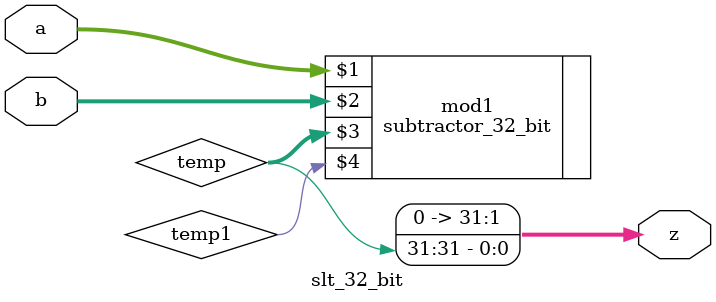
<source format=v>
`timescale 1ns / 1ps

module slt_32_bit(a,b,z
);

input [31:0] a,b;
output [31:0] z;
wire temp1;

wire  [31:0] temp;
subtractor_32_bit mod1(a,b,temp,temp1);

assign z[31:1] = 31'b0;
assign z[0] = temp[31];

endmodule
 



</source>
